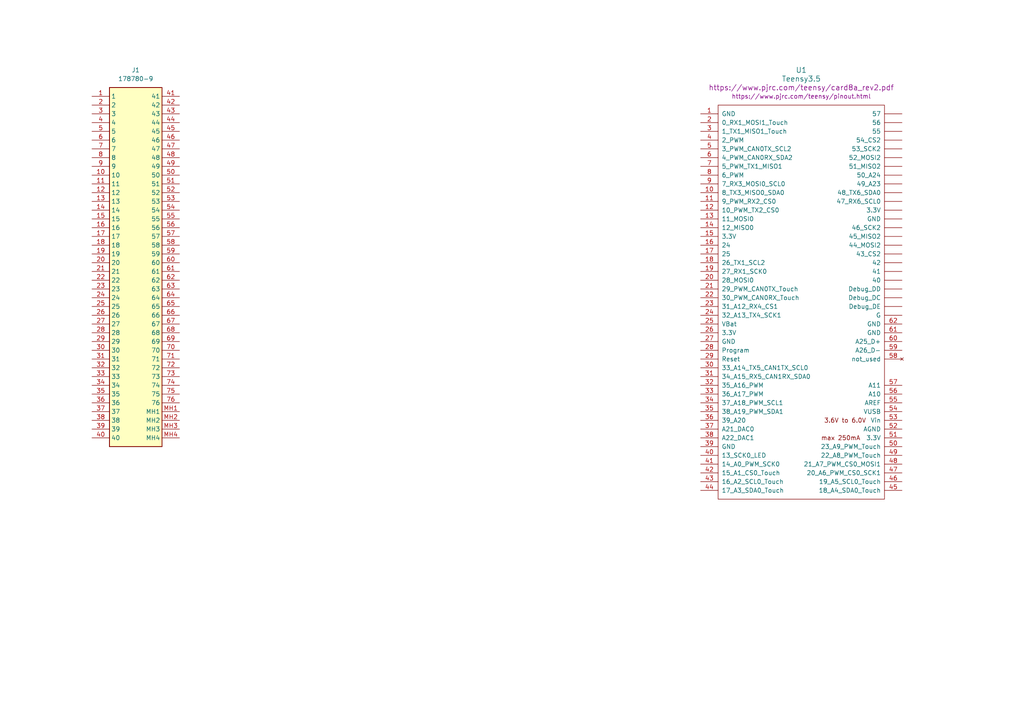
<source format=kicad_sch>
(kicad_sch (version 20231120) (generator "eeschema") (generator_version "8.0")
  (paper "A4")
  (lib_symbols
    (symbol "178780-9:178780-9"
      (property "Reference" "J" (at 21.59 7.62 0))
      (property "Value" "178780-9" (at 21.59 5.08 0))
      (symbol "178780-9_1_1"
        (rectangle (start 5.08 2.54) (end 20.32 -101.6) (stroke (width 0.254)) (fill (type background)))
        (pin passive line (at 0 0 0) (length 5.08) (name "1") (number "1"))
        (pin passive line (at 0 -22.86 0) (length 5.08) (name "10") (number "10"))
        (pin passive line (at 0 -25.4 0) (length 5.08) (name "11") (number "11"))
        (pin passive line (at 0 -27.94 0) (length 5.08) (name "12") (number "12"))
        (pin passive line (at 0 -30.48 0) (length 5.08) (name "13") (number "13"))
        (pin passive line (at 0 -33.02 0) (length 5.08) (name "14") (number "14"))
        (pin passive line (at 0 -35.56 0) (length 5.08) (name "15") (number "15"))
        (pin passive line (at 0 -38.1 0) (length 5.08) (name "16") (number "16"))
        (pin passive line (at 0 -40.64 0) (length 5.08) (name "17") (number "17"))
        (pin passive line (at 0 -43.18 0) (length 5.08) (name "18") (number "18"))
        (pin passive line (at 0 -45.72 0) (length 5.08) (name "19") (number "19"))
        (pin passive line (at 0 -2.54 0) (length 5.08) (name "2") (number "2"))
        (pin passive line (at 0 -48.26 0) (length 5.08) (name "20") (number "20"))
        (pin passive line (at 0 -50.8 0) (length 5.08) (name "21") (number "21"))
        (pin passive line (at 0 -53.34 0) (length 5.08) (name "22") (number "22"))
        (pin passive line (at 0 -55.88 0) (length 5.08) (name "23") (number "23"))
        (pin passive line (at 0 -58.42 0) (length 5.08) (name "24") (number "24"))
        (pin passive line (at 0 -60.96 0) (length 5.08) (name "25") (number "25"))
        (pin passive line (at 0 -63.5 0) (length 5.08) (name "26") (number "26"))
        (pin passive line (at 0 -66.04 0) (length 5.08) (name "27") (number "27"))
        (pin passive line (at 0 -68.58 0) (length 5.08) (name "28") (number "28"))
        (pin passive line (at 0 -71.12 0) (length 5.08) (name "29") (number "29"))
        (pin passive line (at 0 -5.08 0) (length 5.08) (name "3") (number "3"))
        (pin passive line (at 0 -73.66 0) (length 5.08) (name "30") (number "30"))
        (pin passive line (at 0 -76.2 0) (length 5.08) (name "31") (number "31"))
        (pin passive line (at 0 -78.74 0) (length 5.08) (name "32") (number "32"))
        (pin passive line (at 0 -81.28 0) (length 5.08) (name "33") (number "33"))
        (pin passive line (at 0 -83.82 0) (length 5.08) (name "34") (number "34"))
        (pin passive line (at 0 -86.36 0) (length 5.08) (name "35") (number "35"))
        (pin passive line (at 0 -88.9 0) (length 5.08) (name "36") (number "36"))
        (pin passive line (at 0 -91.44 0) (length 5.08) (name "37") (number "37"))
        (pin passive line (at 0 -93.98 0) (length 5.08) (name "38") (number "38"))
        (pin passive line (at 0 -96.52 0) (length 5.08) (name "39") (number "39"))
        (pin passive line (at 0 -7.62 0) (length 5.08) (name "4") (number "4"))
        (pin passive line (at 0 -99.06 0) (length 5.08) (name "40") (number "40"))
        (pin passive line (at 25.4 0 180) (length 5.08) (name "41") (number "41"))
        (pin passive line (at 25.4 -2.54 180) (length 5.08) (name "42") (number "42"))
        (pin passive line (at 25.4 -5.08 180) (length 5.08) (name "43") (number "43"))
        (pin passive line (at 25.4 -7.62 180) (length 5.08) (name "44") (number "44"))
        (pin passive line (at 25.4 -10.16 180) (length 5.08) (name "45") (number "45"))
        (pin passive line (at 25.4 -12.7 180) (length 5.08) (name "46") (number "46"))
        (pin passive line (at 25.4 -15.24 180) (length 5.08) (name "47") (number "47"))
        (pin passive line (at 25.4 -17.78 180) (length 5.08) (name "48") (number "48"))
        (pin passive line (at 25.4 -20.32 180) (length 5.08) (name "49") (number "49"))
        (pin passive line (at 0 -10.16 0) (length 5.08) (name "5") (number "5"))
        (pin passive line (at 25.4 -22.86 180) (length 5.08) (name "50") (number "50"))
        (pin passive line (at 25.4 -25.4 180) (length 5.08) (name "51") (number "51"))
        (pin passive line (at 25.4 -27.94 180) (length 5.08) (name "52") (number "52"))
        (pin passive line (at 25.4 -30.48 180) (length 5.08) (name "53") (number "53"))
        (pin passive line (at 25.4 -33.02 180) (length 5.08) (name "54") (number "54"))
        (pin passive line (at 25.4 -35.56 180) (length 5.08) (name "55") (number "55"))
        (pin passive line (at 25.4 -38.1 180) (length 5.08) (name "56") (number "56"))
        (pin passive line (at 25.4 -40.64 180) (length 5.08) (name "57") (number "57"))
        (pin passive line (at 25.4 -43.18 180) (length 5.08) (name "58") (number "58"))
        (pin passive line (at 25.4 -45.72 180) (length 5.08) (name "59") (number "59"))
        (pin passive line (at 0 -12.7 0) (length 5.08) (name "6") (number "6"))
        (pin passive line (at 25.4 -48.26 180) (length 5.08) (name "60") (number "60"))
        (pin passive line (at 25.4 -50.8 180) (length 5.08) (name "61") (number "61"))
        (pin passive line (at 25.4 -53.34 180) (length 5.08) (name "62") (number "62"))
        (pin passive line (at 25.4 -55.88 180) (length 5.08) (name "63") (number "63"))
        (pin passive line (at 25.4 -58.42 180) (length 5.08) (name "64") (number "64"))
        (pin passive line (at 25.4 -60.96 180) (length 5.08) (name "65") (number "65"))
        (pin passive line (at 25.4 -63.5 180) (length 5.08) (name "66") (number "66"))
        (pin passive line (at 25.4 -66.04 180) (length 5.08) (name "67") (number "67"))
        (pin passive line (at 25.4 -68.58 180) (length 5.08) (name "68") (number "68"))
        (pin passive line (at 25.4 -71.12 180) (length 5.08) (name "69") (number "69"))
        (pin passive line (at 0 -15.24 0) (length 5.08) (name "7") (number "7"))
        (pin passive line (at 25.4 -73.66 180) (length 5.08) (name "70") (number "70"))
        (pin passive line (at 25.4 -76.2 180) (length 5.08) (name "71") (number "71"))
        (pin passive line (at 25.4 -78.74 180) (length 5.08) (name "72") (number "72"))
        (pin passive line (at 25.4 -81.28 180) (length 5.08) (name "73") (number "73"))
        (pin passive line (at 25.4 -83.82 180) (length 5.08) (name "74") (number "74"))
        (pin passive line (at 25.4 -86.36 180) (length 5.08) (name "75") (number "75"))
        (pin passive line (at 25.4 -88.9 180) (length 5.08) (name "76") (number "76"))
        (pin passive line (at 0 -17.78 0) (length 5.08) (name "8") (number "8"))
        (pin passive line (at 0 -20.32 0) (length 5.08) (name "9") (number "9"))
        (pin passive line (at 25.4 -91.44 180) (length 5.08) (name "MH1") (number "MH1"))
        (pin passive line (at 25.4 -93.98 180) (length 5.08) (name "MH2") (number "MH2"))
        (pin passive line (at 25.4 -96.52 180) (length 5.08) (name "MH3") (number "MH3"))
        (pin passive line (at 25.4 -99.06 180) (length 5.08) (name "MH4") (number "MH4"))
      )
    )
    (symbol "teensy:Teensy3.5" (pin_names (offset 1.016))
      (property "Reference" "U" (at 0 59.69 0))
      (property "Value" "Teensy3.5" (at 0 -59.69 0))
      (property "Datasheet" "https://www.pjrc.com/teensy/card8a_rev2.pdf" (at 0 62.23 0))
      (property "Pinouts" "https://www.pjrc.com/teensy/pinout.html" (at 0 64.77 0))
      (symbol "Teensy3.5_0_0"
        (text "3.6V to 6.0V" (at 12.7 -34.29 0) (effects (font (size 1.27 1.27))))
        (text "max 250mA" (at 11.43 -39.37 0) (effects (font (size 1.27 1.27))))
      )
      (symbol "Teensy3.5_0_1"
        (rectangle (start -24.13 57.15) (end 24.13 -57.15))
      )
      (symbol "Teensy3.5_1_1"
        (pin power_in line (at -29.21 54.61 0) (length 5.08) (name "GND") (number "1"))
        (pin bidirectional line (at -29.21 31.75 0) (length 5.08) (name "8_TX3_MISO0_SDA0") (number "10"))
        (pin bidirectional line (at -29.21 29.21 0) (length 5.08) (name "9_PWM_RX2_CS0") (number "11"))
        (pin bidirectional line (at -29.21 26.67 0) (length 5.08) (name "10_PWM_TX2_CS0") (number "12"))
        (pin bidirectional line (at -29.21 24.13 0) (length 5.08) (name "11_MOSI0") (number "13"))
        (pin bidirectional line (at -29.21 21.59 0) (length 5.08) (name "12_MISO0") (number "14"))
        (pin power_out line (at -29.21 19.05 0) (length 5.08) (name "3.3V") (number "15"))
        (pin bidirectional line (at -29.21 16.51 0) (length 5.08) (name "24") (number "16"))
        (pin bidirectional line (at -29.21 13.97 0) (length 5.08) (name "25") (number "17"))
        (pin bidirectional line (at -29.21 11.43 0) (length 5.08) (name "26_TX1_SCL2") (number "18"))
        (pin bidirectional line (at -29.21 8.89 0) (length 5.08) (name "27_RX1_SCK0") (number "19"))
        (pin bidirectional line (at -29.21 52.07 0) (length 5.08) (name "0_RX1_MOSI1_Touch") (number "2"))
        (pin bidirectional line (at -29.21 6.35 0) (length 5.08) (name "28_MOSI0") (number "20"))
        (pin bidirectional line (at -29.21 3.81 0) (length 5.08) (name "29_PWM_CAN0TX_Touch") (number "21"))
        (pin bidirectional line (at -29.21 1.27 0) (length 5.08) (name "30_PWM_CAN0RX_Touch") (number "22"))
        (pin bidirectional line (at -29.21 -1.27 0) (length 5.08) (name "31_A12_RX4_CS1") (number "23"))
        (pin bidirectional line (at -29.21 -3.81 0) (length 5.08) (name "32_A13_TX4_SCK1") (number "24"))
        (pin power_in line (at -29.21 -6.35 0) (length 5.08) (name "VBat") (number "25"))
        (pin power_in line (at -29.21 -8.89 0) (length 5.08) (name "3.3V") (number "26"))
        (pin power_in line (at -29.21 -11.43 0) (length 5.08) (name "GND") (number "27"))
        (pin input line (at -29.21 -13.97 0) (length 5.08) (name "Program") (number "28"))
        (pin input line (at -29.21 -16.51 0) (length 5.08) (name "Reset") (number "29"))
        (pin bidirectional line (at -29.21 49.53 0) (length 5.08) (name "1_TX1_MISO1_Touch") (number "3"))
        (pin bidirectional line (at -29.21 -19.05 0) (length 5.08) (name "33_A14_TX5_CAN1TX_SCL0") (number "30"))
        (pin bidirectional line (at -29.21 -21.59 0) (length 5.08) (name "34_A15_RX5_CAN1RX_SDA0") (number "31"))
        (pin bidirectional line (at -29.21 -24.13 0) (length 5.08) (name "35_A16_PWM") (number "32"))
        (pin bidirectional line (at -29.21 -26.67 0) (length 5.08) (name "36_A17_PWM") (number "33"))
        (pin bidirectional line (at -29.21 -29.21 0) (length 5.08) (name "37_A18_PWM_SCL1") (number "34"))
        (pin bidirectional line (at -29.21 -31.75 0) (length 5.08) (name "38_A19_PWM_SDA1") (number "35"))
        (pin bidirectional line (at -29.21 -34.29 0) (length 5.08) (name "39_A20") (number "36"))
        (pin bidirectional line (at -29.21 -36.83 0) (length 5.08) (name "A21_DAC0") (number "37"))
        (pin bidirectional line (at -29.21 -39.37 0) (length 5.08) (name "A22_DAC1") (number "38"))
        (pin power_in line (at -29.21 -41.91 0) (length 5.08) (name "GND") (number "39"))
        (pin bidirectional line (at -29.21 46.99 0) (length 5.08) (name "2_PWM") (number "4"))
        (pin bidirectional line (at -29.21 -44.45 0) (length 5.08) (name "13_SCK0_LED") (number "40"))
        (pin bidirectional line (at -29.21 -46.99 0) (length 5.08) (name "14_A0_PWM_SCK0") (number "41"))
        (pin bidirectional line (at -29.21 -49.53 0) (length 5.08) (name "15_A1_CS0_Touch") (number "42"))
        (pin bidirectional line (at -29.21 -52.07 0) (length 5.08) (name "16_A2_SCL0_Touch") (number "43"))
        (pin bidirectional line (at -29.21 -54.61 0) (length 5.08) (name "17_A3_SDA0_Touch") (number "44"))
        (pin bidirectional line (at 29.21 -54.61 180) (length 5.08) (name "18_A4_SDA0_Touch") (number "45"))
        (pin bidirectional line (at 29.21 -52.07 180) (length 5.08) (name "19_A5_SCL0_Touch") (number "46"))
        (pin bidirectional line (at 29.21 -49.53 180) (length 5.08) (name "20_A6_PWM_CS0_SCK1") (number "47"))
        (pin bidirectional line (at 29.21 -46.99 180) (length 5.08) (name "21_A7_PWM_CS0_MOSI1") (number "48"))
        (pin bidirectional line (at 29.21 -44.45 180) (length 5.08) (name "22_A8_PWM_Touch") (number "49"))
        (pin bidirectional line (at -29.21 44.45 0) (length 5.08) (name "3_PWM_CAN0TX_SCL2") (number "5"))
        (pin bidirectional line (at 29.21 -41.91 180) (length 5.08) (name "23_A9_PWM_Touch") (number "50"))
        (pin power_out line (at 29.21 -39.37 180) (length 5.08) (name "3.3V") (number "51"))
        (pin power_out line (at 29.21 -36.83 180) (length 5.08) (name "AGND") (number "52"))
        (pin power_in line (at 29.21 -34.29 180) (length 5.08) (name "Vin") (number "53"))
        (pin power_in line (at 29.21 -31.75 180) (length 5.08) (name "VUSB") (number "54"))
        (pin input line (at 29.21 -29.21 180) (length 5.08) (name "AREF") (number "55"))
        (pin bidirectional line (at 29.21 -26.67 180) (length 5.08) (name "A10") (number "56"))
        (pin bidirectional line (at 29.21 -24.13 180) (length 5.08) (name "A11") (number "57"))
        (pin no_connect line (at 29.21 -16.51 180) (length 5.08) (name "not_used") (number "58"))
        (pin bidirectional line (at 29.21 -13.97 180) (length 5.08) (name "A26_D-") (number "59"))
        (pin bidirectional line (at -29.21 41.91 0) (length 5.08) (name "4_PWM_CAN0RX_SDA2") (number "6"))
        (pin bidirectional line (at 29.21 -11.43 180) (length 5.08) (name "A25_D+") (number "60"))
        (pin power_in line (at 29.21 -8.89 180) (length 5.08) (name "GND") (number "61"))
        (pin power_in line (at 29.21 -6.35 180) (length 5.08) (name "GND") (number "62"))
        (pin bidirectional line (at -29.21 39.37 0) (length 5.08) (name "5_PWM_TX1_MISO1") (number "7"))
        (pin bidirectional line (at -29.21 36.83 0) (length 5.08) (name "6_PWM") (number "8"))
        (pin bidirectional line (at -29.21 34.29 0) (length 5.08) (name "7_RX3_MOSI0_SCL0") (number "9"))
        (pin power_in line (at 29.21 26.67 180) (length 5.08) (name "3.3V") (number "~"))
        (pin bidirectional line (at 29.21 6.35 180) (length 5.08) (name "40") (number "~"))
        (pin bidirectional line (at 29.21 8.89 180) (length 5.08) (name "41") (number "~"))
        (pin bidirectional line (at 29.21 11.43 180) (length 5.08) (name "42") (number "~"))
        (pin bidirectional line (at 29.21 13.97 180) (length 5.08) (name "43_CS2") (number "~"))
        (pin bidirectional line (at 29.21 16.51 180) (length 5.08) (name "44_MOSI2") (number "~"))
        (pin bidirectional line (at 29.21 19.05 180) (length 5.08) (name "45_MISO2") (number "~"))
        (pin bidirectional line (at 29.21 21.59 180) (length 5.08) (name "46_SCK2") (number "~"))
        (pin bidirectional line (at 29.21 29.21 180) (length 5.08) (name "47_RX6_SCL0") (number "~"))
        (pin bidirectional line (at 29.21 31.75 180) (length 5.08) (name "48_TX6_SDA0") (number "~"))
        (pin bidirectional line (at 29.21 34.29 180) (length 5.08) (name "49_A23") (number "~"))
        (pin bidirectional line (at 29.21 36.83 180) (length 5.08) (name "50_A24") (number "~"))
        (pin bidirectional line (at 29.21 39.37 180) (length 5.08) (name "51_MISO2") (number "~"))
        (pin bidirectional line (at 29.21 41.91 180) (length 5.08) (name "52_MOSI2") (number "~"))
        (pin bidirectional line (at 29.21 44.45 180) (length 5.08) (name "53_SCK2") (number "~"))
        (pin bidirectional line (at 29.21 46.99 180) (length 5.08) (name "54_CS2") (number "~"))
        (pin bidirectional line (at 29.21 49.53 180) (length 5.08) (name "55") (number "~"))
        (pin bidirectional line (at 29.21 52.07 180) (length 5.08) (name "56") (number "~"))
        (pin bidirectional line (at 29.21 54.61 180) (length 5.08) (name "57") (number "~"))
        (pin input line (at 29.21 1.27 180) (length 5.08) (name "Debug_DC") (number "~"))
        (pin input line (at 29.21 3.81 180) (length 5.08) (name "Debug_DD") (number "~"))
        (pin input line (at 29.21 -1.27 180) (length 5.08) (name "Debug_DE") (number "~"))
        (pin power_in line (at 29.21 -3.81 180) (length 5.08) (name "G") (number "~"))
        (pin power_in line (at 29.21 24.13 180) (length 5.08) (name "GND") (number "~"))
      )
    )
  )
  (symbol (lib_id "teensy:Teensy3.5") (at 232.41 87.63 0) (unit 1)
    (property "Reference" "U1" (at 232.41 20.32 0) (effects (font (size 1.524 1.524))))
    (property "Value" "Teensy3.5" (at 232.41 22.86 0) (effects (font (size 1.524 1.524))))
    (property "Datasheet" "https://www.pjrc.com/teensy/card8a_rev2.pdf" (at 232.41 25.4 0) (effects (font (size 1.524 1.524))))
    (property "Pinouts" "https://www.pjrc.com/teensy/pinout.html" (at 232.41 27.94 0))
  )
  (symbol (lib_id "178780-9:178780-9") (at 26.67 27.94 0) (unit 1)
    (property "Reference" "J1" (at 39.37 20.32 0))
    (property "Value" "178780-9" (at 39.37 22.86 0))
    (property "Footprint" "1787809" (effects (hide yes)))
    (property "Datasheet" "https://datasheet.datasheetarchive.com/originals/distributors/Datasheets_SAMA/8ea2ee443efd2a187979edde378cef43.pdf" (effects (hide yes)))
    (property "Description" "Automotive Connectors 040/070 HYB CAP ASSY 76P" (effects (hide yes)))
    (property "Height" "22.2" (effects (hide yes)))
    (property "Manufacturer_Name" "TE Connectivity" (effects (hide yes)))
    (property "Manufacturer_Part_Number" "178780-9" (effects (hide yes)))
  )
)
</source>
